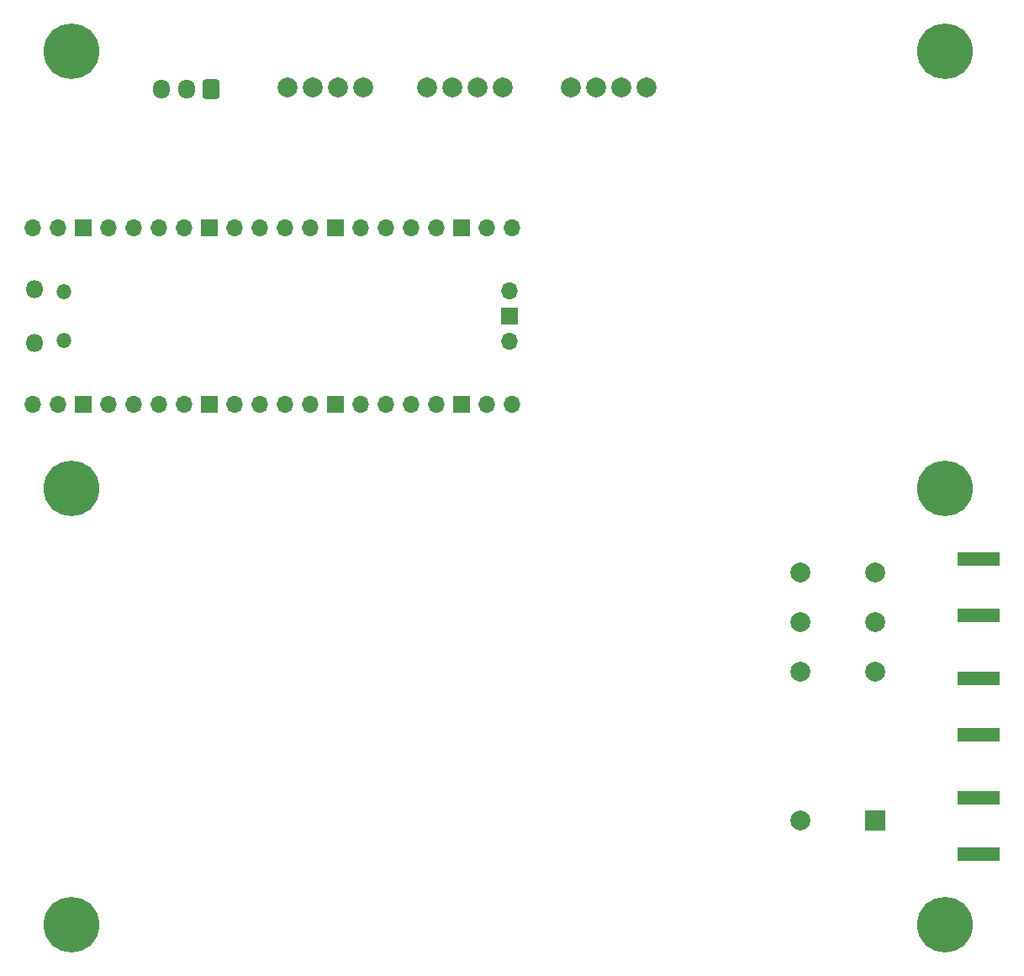
<source format=gbr>
%TF.GenerationSoftware,KiCad,Pcbnew,8.0.5*%
%TF.CreationDate,2024-11-15T14:38:43+00:00*%
%TF.ProjectId,HF PA Radio Interface,48462050-4120-4526-9164-696f20496e74,rev?*%
%TF.SameCoordinates,Original*%
%TF.FileFunction,Soldermask,Bot*%
%TF.FilePolarity,Negative*%
%FSLAX46Y46*%
G04 Gerber Fmt 4.6, Leading zero omitted, Abs format (unit mm)*
G04 Created by KiCad (PCBNEW 8.0.5) date 2024-11-15 14:38:43*
%MOMM*%
%LPD*%
G01*
G04 APERTURE LIST*
G04 Aperture macros list*
%AMRoundRect*
0 Rectangle with rounded corners*
0 $1 Rounding radius*
0 $2 $3 $4 $5 $6 $7 $8 $9 X,Y pos of 4 corners*
0 Add a 4 corners polygon primitive as box body*
4,1,4,$2,$3,$4,$5,$6,$7,$8,$9,$2,$3,0*
0 Add four circle primitives for the rounded corners*
1,1,$1+$1,$2,$3*
1,1,$1+$1,$4,$5*
1,1,$1+$1,$6,$7*
1,1,$1+$1,$8,$9*
0 Add four rect primitives between the rounded corners*
20,1,$1+$1,$2,$3,$4,$5,0*
20,1,$1+$1,$4,$5,$6,$7,0*
20,1,$1+$1,$6,$7,$8,$9,0*
20,1,$1+$1,$8,$9,$2,$3,0*%
G04 Aperture macros list end*
%ADD10C,2.000000*%
%ADD11R,2.000000X2.000000*%
%ADD12RoundRect,0.250000X0.600000X0.725000X-0.600000X0.725000X-0.600000X-0.725000X0.600000X-0.725000X0*%
%ADD13O,1.700000X1.950000*%
%ADD14C,5.600000*%
%ADD15O,1.800000X1.800000*%
%ADD16O,1.500000X1.500000*%
%ADD17O,1.700000X1.700000*%
%ADD18R,1.700000X1.700000*%
%ADD19R,4.200000X1.350000*%
G04 APERTURE END LIST*
D10*
%TO.C,K1*%
X186937500Y-113477500D03*
X179437500Y-113477500D03*
X186937500Y-118477500D03*
X179437500Y-118477500D03*
X186937500Y-108477500D03*
X179437500Y-108477500D03*
D11*
X186937500Y-133477500D03*
D10*
X179437500Y-133477500D03*
%TD*%
D12*
%TO.C,J7*%
X120100000Y-59800000D03*
D13*
X117600000Y-59800000D03*
X115100000Y-59800000D03*
%TD*%
D10*
%TO.C,J16*%
X135420000Y-59610000D03*
X132880000Y-59610000D03*
X130340000Y-59610000D03*
X127800000Y-59610000D03*
%TD*%
D14*
%TO.C,H2*%
X194000000Y-56000000D03*
%TD*%
%TO.C,H6*%
X106000000Y-100000000D03*
%TD*%
D10*
%TO.C,J18*%
X163910000Y-59670000D03*
X161370000Y-59670000D03*
X158830000Y-59670000D03*
X156290000Y-59670000D03*
%TD*%
D15*
%TO.C,A1*%
X102250000Y-85395000D03*
D16*
X105280000Y-85095000D03*
X105280000Y-80245000D03*
D15*
X102250000Y-79945000D03*
D17*
X102120000Y-91560000D03*
X104660000Y-91560000D03*
D18*
X107200000Y-91560000D03*
D17*
X109740000Y-91560000D03*
X112280000Y-91560000D03*
X114820000Y-91560000D03*
X117360000Y-91560000D03*
D18*
X119900000Y-91560000D03*
D17*
X122440000Y-91560000D03*
X124980000Y-91560000D03*
X127520000Y-91560000D03*
X130060000Y-91560000D03*
D18*
X132600000Y-91560000D03*
D17*
X135140000Y-91560000D03*
X137680000Y-91560000D03*
X140220000Y-91560000D03*
X142760000Y-91560000D03*
D18*
X145300000Y-91560000D03*
D17*
X147840000Y-91560000D03*
X150380000Y-91560000D03*
X150380000Y-73780000D03*
X147840000Y-73780000D03*
D18*
X145300000Y-73780000D03*
D17*
X142760000Y-73780000D03*
X140220000Y-73780000D03*
X137680000Y-73780000D03*
X135140000Y-73780000D03*
D18*
X132600000Y-73780000D03*
D17*
X130060000Y-73780000D03*
X127520000Y-73780000D03*
X124980000Y-73780000D03*
X122440000Y-73780000D03*
D18*
X119900000Y-73780000D03*
D17*
X117360000Y-73780000D03*
X114820000Y-73780000D03*
X112280000Y-73780000D03*
X109740000Y-73780000D03*
D18*
X107200000Y-73780000D03*
D17*
X104660000Y-73780000D03*
X102120000Y-73780000D03*
X150150000Y-85210000D03*
D18*
X150150000Y-82670000D03*
D17*
X150150000Y-80130000D03*
%TD*%
D19*
%TO.C,J2*%
X197400000Y-124825000D03*
X197400000Y-119175000D03*
%TD*%
%TO.C,J4*%
X197400000Y-112825000D03*
X197400000Y-107175000D03*
%TD*%
D14*
%TO.C,H3*%
X106000000Y-144000000D03*
%TD*%
%TO.C,H5*%
X194000000Y-100000000D03*
%TD*%
%TO.C,H1*%
X106000000Y-56000000D03*
%TD*%
%TO.C,H4*%
X194000000Y-144000000D03*
%TD*%
D10*
%TO.C,J17*%
X149460000Y-59670000D03*
X146920000Y-59670000D03*
X144380000Y-59670000D03*
X141840000Y-59670000D03*
%TD*%
D19*
%TO.C,J3*%
X197400000Y-136825000D03*
X197400000Y-131175000D03*
%TD*%
M02*

</source>
